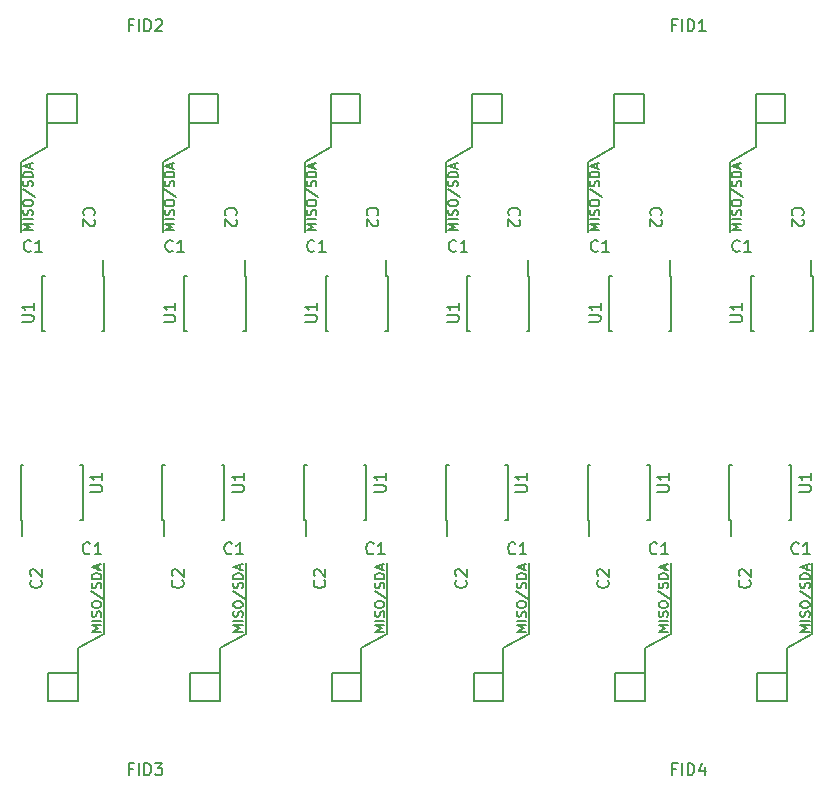
<source format=gto>
G04 #@! TF.GenerationSoftware,KiCad,Pcbnew,5.0.2-bee76a0~70~ubuntu18.04.1*
G04 #@! TF.CreationDate,2020-03-16T11:34:46+01:00*
G04 #@! TF.ProjectId,output.A1335_long_I2C_panel,6f757470-7574-42e4-9131-3333355f6c6f,rev?*
G04 #@! TF.SameCoordinates,Original*
G04 #@! TF.FileFunction,Legend,Top*
G04 #@! TF.FilePolarity,Positive*
%FSLAX46Y46*%
G04 Gerber Fmt 4.6, Leading zero omitted, Abs format (unit mm)*
G04 Created by KiCad (PCBNEW 5.0.2-bee76a0~70~ubuntu18.04.1) date Mon 16 Mar 2020 11:34:46 AM CET*
%MOMM*%
%LPD*%
G01*
G04 APERTURE LIST*
%ADD10C,0.150000*%
G04 APERTURE END LIST*
D10*
X137700000Y-70800000D02*
X137700000Y-68200000D01*
X113700000Y-70800000D02*
X113700000Y-68200000D01*
X176200000Y-68700000D02*
X173700000Y-68700000D01*
X176200000Y-66300000D02*
X176200000Y-68700000D01*
X173700000Y-68200000D02*
X173700000Y-66300000D01*
X116200000Y-68700000D02*
X113700000Y-68700000D01*
X128200000Y-68700000D02*
X125700000Y-68700000D01*
X140200000Y-68700000D02*
X137700000Y-68700000D01*
X152200000Y-68700000D02*
X149700000Y-68700000D01*
X164200000Y-68700000D02*
X161700000Y-68700000D01*
X116200000Y-66300000D02*
X116200000Y-68700000D01*
X128200000Y-66300000D02*
X128200000Y-68700000D01*
X140200000Y-66300000D02*
X140200000Y-68700000D01*
X152200000Y-66300000D02*
X152200000Y-68700000D01*
X164200000Y-66300000D02*
X164200000Y-68700000D01*
X149700000Y-70800000D02*
X149700000Y-68200000D01*
X123500000Y-72000000D02*
X125700000Y-70800000D01*
X125700000Y-66300000D02*
X128200000Y-66300000D01*
X159500000Y-78000000D02*
X159500000Y-72000000D01*
X161700000Y-68200000D02*
X161700000Y-66300000D01*
X161700000Y-66300000D02*
X164200000Y-66300000D01*
X149700000Y-66300000D02*
X152200000Y-66300000D01*
X161700000Y-70800000D02*
X161700000Y-68200000D01*
X171500000Y-78000000D02*
X171500000Y-72000000D01*
X125700000Y-70800000D02*
X125700000Y-68200000D01*
X111500000Y-72000000D02*
X113700000Y-70800000D01*
X113700000Y-68200000D02*
X113700000Y-66300000D01*
X137700000Y-68200000D02*
X137700000Y-66300000D01*
X125700000Y-68200000D02*
X125700000Y-66300000D01*
X135500000Y-72000000D02*
X137700000Y-70800000D01*
X149700000Y-68200000D02*
X149700000Y-66300000D01*
X173700000Y-66300000D02*
X176200000Y-66300000D01*
X159500000Y-72000000D02*
X161700000Y-70800000D01*
X123500000Y-78000000D02*
X123500000Y-72000000D01*
X111500000Y-78000000D02*
X111500000Y-72000000D01*
X147500000Y-72000000D02*
X149700000Y-70800000D01*
X147500000Y-78000000D02*
X147500000Y-72000000D01*
X173700000Y-70800000D02*
X173700000Y-68200000D01*
X171500000Y-72000000D02*
X173700000Y-70800000D01*
X135500000Y-78000000D02*
X135500000Y-72000000D01*
X113700000Y-66300000D02*
X116200000Y-66300000D01*
X137700000Y-66300000D02*
X140200000Y-66300000D01*
X173800000Y-115300000D02*
X176300000Y-115300000D01*
X161800000Y-115300000D02*
X164300000Y-115300000D01*
X149800000Y-115300000D02*
X152300000Y-115300000D01*
X137800000Y-115300000D02*
X140300000Y-115300000D01*
X125800000Y-115300000D02*
X128300000Y-115300000D01*
X173800000Y-117700000D02*
X173800000Y-115300000D01*
X161800000Y-117700000D02*
X161800000Y-115300000D01*
X149800000Y-117700000D02*
X149800000Y-115300000D01*
X137800000Y-117700000D02*
X137800000Y-115300000D01*
X125800000Y-117700000D02*
X125800000Y-115300000D01*
X176300000Y-115800000D02*
X176300000Y-117700000D01*
X164300000Y-115800000D02*
X164300000Y-117700000D01*
X152300000Y-115800000D02*
X152300000Y-117700000D01*
X140300000Y-115800000D02*
X140300000Y-117700000D01*
X128300000Y-115800000D02*
X128300000Y-117700000D01*
X178500000Y-106000000D02*
X178500000Y-112000000D01*
X166500000Y-106000000D02*
X166500000Y-112000000D01*
X154500000Y-106000000D02*
X154500000Y-112000000D01*
X142500000Y-106000000D02*
X142500000Y-112000000D01*
X130500000Y-106000000D02*
X130500000Y-112000000D01*
X176300000Y-117700000D02*
X173800000Y-117700000D01*
X164300000Y-117700000D02*
X161800000Y-117700000D01*
X152300000Y-117700000D02*
X149800000Y-117700000D01*
X140300000Y-117700000D02*
X137800000Y-117700000D01*
X128300000Y-117700000D02*
X125800000Y-117700000D01*
X176300000Y-113200000D02*
X176300000Y-115800000D01*
X164300000Y-113200000D02*
X164300000Y-115800000D01*
X152300000Y-113200000D02*
X152300000Y-115800000D01*
X140300000Y-113200000D02*
X140300000Y-115800000D01*
X128300000Y-113200000D02*
X128300000Y-115800000D01*
X178500000Y-112000000D02*
X176300000Y-113200000D01*
X166500000Y-112000000D02*
X164300000Y-113200000D01*
X154500000Y-112000000D02*
X152300000Y-113200000D01*
X142500000Y-112000000D02*
X140300000Y-113200000D01*
X130500000Y-112000000D02*
X128300000Y-113200000D01*
X113800000Y-115300000D02*
X116300000Y-115300000D01*
X113800000Y-117700000D02*
X113800000Y-115300000D01*
X116300000Y-117700000D02*
X113800000Y-117700000D01*
X116300000Y-115800000D02*
X116300000Y-117700000D01*
X116300000Y-113200000D02*
X116300000Y-115800000D01*
X118500000Y-112000000D02*
X116300000Y-113200000D01*
X118500000Y-106000000D02*
X118500000Y-112000000D01*
G04 #@! TO.C,U1*
X118410000Y-81675000D02*
X118410000Y-80325000D01*
X113285000Y-81675000D02*
X113285000Y-86325000D01*
X118535000Y-81675000D02*
X118535000Y-86325000D01*
X113285000Y-81675000D02*
X113510000Y-81675000D01*
X113285000Y-86325000D02*
X113510000Y-86325000D01*
X118535000Y-86325000D02*
X118310000Y-86325000D01*
X118535000Y-81675000D02*
X118410000Y-81675000D01*
X178535000Y-81675000D02*
X178410000Y-81675000D01*
X178535000Y-86325000D02*
X178310000Y-86325000D01*
X173285000Y-86325000D02*
X173510000Y-86325000D01*
X173285000Y-81675000D02*
X173510000Y-81675000D01*
X178535000Y-81675000D02*
X178535000Y-86325000D01*
X173285000Y-81675000D02*
X173285000Y-86325000D01*
X178410000Y-81675000D02*
X178410000Y-80325000D01*
X154410000Y-81675000D02*
X154410000Y-80325000D01*
X149285000Y-81675000D02*
X149285000Y-86325000D01*
X154535000Y-81675000D02*
X154535000Y-86325000D01*
X149285000Y-81675000D02*
X149510000Y-81675000D01*
X149285000Y-86325000D02*
X149510000Y-86325000D01*
X154535000Y-86325000D02*
X154310000Y-86325000D01*
X154535000Y-81675000D02*
X154410000Y-81675000D01*
X166410000Y-81675000D02*
X166410000Y-80325000D01*
X161285000Y-81675000D02*
X161285000Y-86325000D01*
X166535000Y-81675000D02*
X166535000Y-86325000D01*
X161285000Y-81675000D02*
X161510000Y-81675000D01*
X161285000Y-86325000D02*
X161510000Y-86325000D01*
X166535000Y-86325000D02*
X166310000Y-86325000D01*
X166535000Y-81675000D02*
X166410000Y-81675000D01*
X142410000Y-81675000D02*
X142410000Y-80325000D01*
X137285000Y-81675000D02*
X137285000Y-86325000D01*
X142535000Y-81675000D02*
X142535000Y-86325000D01*
X137285000Y-81675000D02*
X137510000Y-81675000D01*
X137285000Y-86325000D02*
X137510000Y-86325000D01*
X142535000Y-86325000D02*
X142310000Y-86325000D01*
X142535000Y-81675000D02*
X142410000Y-81675000D01*
X130410000Y-81675000D02*
X130410000Y-80325000D01*
X125285000Y-81675000D02*
X125285000Y-86325000D01*
X130535000Y-81675000D02*
X130535000Y-86325000D01*
X125285000Y-81675000D02*
X125510000Y-81675000D01*
X125285000Y-86325000D02*
X125510000Y-86325000D01*
X130535000Y-86325000D02*
X130310000Y-86325000D01*
X130535000Y-81675000D02*
X130410000Y-81675000D01*
X171465000Y-102325000D02*
X171590000Y-102325000D01*
X171465000Y-97675000D02*
X171690000Y-97675000D01*
X176715000Y-97675000D02*
X176490000Y-97675000D01*
X176715000Y-102325000D02*
X176490000Y-102325000D01*
X171465000Y-102325000D02*
X171465000Y-97675000D01*
X176715000Y-102325000D02*
X176715000Y-97675000D01*
X171590000Y-102325000D02*
X171590000Y-103675000D01*
X159465000Y-102325000D02*
X159590000Y-102325000D01*
X159465000Y-97675000D02*
X159690000Y-97675000D01*
X164715000Y-97675000D02*
X164490000Y-97675000D01*
X164715000Y-102325000D02*
X164490000Y-102325000D01*
X159465000Y-102325000D02*
X159465000Y-97675000D01*
X164715000Y-102325000D02*
X164715000Y-97675000D01*
X159590000Y-102325000D02*
X159590000Y-103675000D01*
X147465000Y-102325000D02*
X147590000Y-102325000D01*
X147465000Y-97675000D02*
X147690000Y-97675000D01*
X152715000Y-97675000D02*
X152490000Y-97675000D01*
X152715000Y-102325000D02*
X152490000Y-102325000D01*
X147465000Y-102325000D02*
X147465000Y-97675000D01*
X152715000Y-102325000D02*
X152715000Y-97675000D01*
X147590000Y-102325000D02*
X147590000Y-103675000D01*
X135465000Y-102325000D02*
X135590000Y-102325000D01*
X135465000Y-97675000D02*
X135690000Y-97675000D01*
X140715000Y-97675000D02*
X140490000Y-97675000D01*
X140715000Y-102325000D02*
X140490000Y-102325000D01*
X135465000Y-102325000D02*
X135465000Y-97675000D01*
X140715000Y-102325000D02*
X140715000Y-97675000D01*
X135590000Y-102325000D02*
X135590000Y-103675000D01*
X123465000Y-102325000D02*
X123590000Y-102325000D01*
X123465000Y-97675000D02*
X123690000Y-97675000D01*
X128715000Y-97675000D02*
X128490000Y-97675000D01*
X128715000Y-102325000D02*
X128490000Y-102325000D01*
X123465000Y-102325000D02*
X123465000Y-97675000D01*
X128715000Y-102325000D02*
X128715000Y-97675000D01*
X123590000Y-102325000D02*
X123590000Y-103675000D01*
X111590000Y-102325000D02*
X111590000Y-103675000D01*
X116715000Y-102325000D02*
X116715000Y-97675000D01*
X111465000Y-102325000D02*
X111465000Y-97675000D01*
X116715000Y-102325000D02*
X116490000Y-102325000D01*
X116715000Y-97675000D02*
X116490000Y-97675000D01*
X111465000Y-97675000D02*
X111690000Y-97675000D01*
X111465000Y-102325000D02*
X111590000Y-102325000D01*
G04 #@! TO.C,FID3*
X120928571Y-123428571D02*
X120595238Y-123428571D01*
X120595238Y-123952380D02*
X120595238Y-122952380D01*
X121071428Y-122952380D01*
X121452380Y-123952380D02*
X121452380Y-122952380D01*
X121928571Y-123952380D02*
X121928571Y-122952380D01*
X122166666Y-122952380D01*
X122309523Y-123000000D01*
X122404761Y-123095238D01*
X122452380Y-123190476D01*
X122500000Y-123380952D01*
X122500000Y-123523809D01*
X122452380Y-123714285D01*
X122404761Y-123809523D01*
X122309523Y-123904761D01*
X122166666Y-123952380D01*
X121928571Y-123952380D01*
X122833333Y-122952380D02*
X123452380Y-122952380D01*
X123119047Y-123333333D01*
X123261904Y-123333333D01*
X123357142Y-123380952D01*
X123404761Y-123428571D01*
X123452380Y-123523809D01*
X123452380Y-123761904D01*
X123404761Y-123857142D01*
X123357142Y-123904761D01*
X123261904Y-123952380D01*
X122976190Y-123952380D01*
X122880952Y-123904761D01*
X122833333Y-123857142D01*
G04 #@! TO.C,FID4*
X166928571Y-123428571D02*
X166595238Y-123428571D01*
X166595238Y-123952380D02*
X166595238Y-122952380D01*
X167071428Y-122952380D01*
X167452380Y-123952380D02*
X167452380Y-122952380D01*
X167928571Y-123952380D02*
X167928571Y-122952380D01*
X168166666Y-122952380D01*
X168309523Y-123000000D01*
X168404761Y-123095238D01*
X168452380Y-123190476D01*
X168500000Y-123380952D01*
X168500000Y-123523809D01*
X168452380Y-123714285D01*
X168404761Y-123809523D01*
X168309523Y-123904761D01*
X168166666Y-123952380D01*
X167928571Y-123952380D01*
X169357142Y-123285714D02*
X169357142Y-123952380D01*
X169119047Y-122904761D02*
X168880952Y-123619047D01*
X169500000Y-123619047D01*
G04 #@! TO.C,FID2*
X120928571Y-60428571D02*
X120595238Y-60428571D01*
X120595238Y-60952380D02*
X120595238Y-59952380D01*
X121071428Y-59952380D01*
X121452380Y-60952380D02*
X121452380Y-59952380D01*
X121928571Y-60952380D02*
X121928571Y-59952380D01*
X122166666Y-59952380D01*
X122309523Y-60000000D01*
X122404761Y-60095238D01*
X122452380Y-60190476D01*
X122500000Y-60380952D01*
X122500000Y-60523809D01*
X122452380Y-60714285D01*
X122404761Y-60809523D01*
X122309523Y-60904761D01*
X122166666Y-60952380D01*
X121928571Y-60952380D01*
X122880952Y-60047619D02*
X122928571Y-60000000D01*
X123023809Y-59952380D01*
X123261904Y-59952380D01*
X123357142Y-60000000D01*
X123404761Y-60047619D01*
X123452380Y-60142857D01*
X123452380Y-60238095D01*
X123404761Y-60380952D01*
X122833333Y-60952380D01*
X123452380Y-60952380D01*
G04 #@! TO.C,C2*
X164842857Y-76533333D02*
X164795238Y-76485714D01*
X164747619Y-76342857D01*
X164747619Y-76247619D01*
X164795238Y-76104761D01*
X164890476Y-76009523D01*
X164985714Y-75961904D01*
X165176190Y-75914285D01*
X165319047Y-75914285D01*
X165509523Y-75961904D01*
X165604761Y-76009523D01*
X165700000Y-76104761D01*
X165747619Y-76247619D01*
X165747619Y-76342857D01*
X165700000Y-76485714D01*
X165652380Y-76533333D01*
X165652380Y-76914285D02*
X165700000Y-76961904D01*
X165747619Y-77057142D01*
X165747619Y-77295238D01*
X165700000Y-77390476D01*
X165652380Y-77438095D01*
X165557142Y-77485714D01*
X165461904Y-77485714D01*
X165319047Y-77438095D01*
X164747619Y-76866666D01*
X164747619Y-77485714D01*
G04 #@! TO.C,U1*
X111552380Y-85561904D02*
X112361904Y-85561904D01*
X112457142Y-85514285D01*
X112504761Y-85466666D01*
X112552380Y-85371428D01*
X112552380Y-85180952D01*
X112504761Y-85085714D01*
X112457142Y-85038095D01*
X112361904Y-84990476D01*
X111552380Y-84990476D01*
X112552380Y-83990476D02*
X112552380Y-84561904D01*
X112552380Y-84276190D02*
X111552380Y-84276190D01*
X111695238Y-84371428D01*
X111790476Y-84466666D01*
X111838095Y-84561904D01*
G04 #@! TO.C,MISO/SDA*
X112461904Y-77800000D02*
X111661904Y-77800000D01*
X112233333Y-77533333D01*
X111661904Y-77266666D01*
X112461904Y-77266666D01*
X112461904Y-76885714D02*
X111661904Y-76885714D01*
X112423809Y-76542857D02*
X112461904Y-76428571D01*
X112461904Y-76238095D01*
X112423809Y-76161904D01*
X112385714Y-76123809D01*
X112309523Y-76085714D01*
X112233333Y-76085714D01*
X112157142Y-76123809D01*
X112119047Y-76161904D01*
X112080952Y-76238095D01*
X112042857Y-76390476D01*
X112004761Y-76466666D01*
X111966666Y-76504761D01*
X111890476Y-76542857D01*
X111814285Y-76542857D01*
X111738095Y-76504761D01*
X111700000Y-76466666D01*
X111661904Y-76390476D01*
X111661904Y-76200000D01*
X111700000Y-76085714D01*
X111661904Y-75590476D02*
X111661904Y-75438095D01*
X111700000Y-75361904D01*
X111776190Y-75285714D01*
X111928571Y-75247619D01*
X112195238Y-75247619D01*
X112347619Y-75285714D01*
X112423809Y-75361904D01*
X112461904Y-75438095D01*
X112461904Y-75590476D01*
X112423809Y-75666666D01*
X112347619Y-75742857D01*
X112195238Y-75780952D01*
X111928571Y-75780952D01*
X111776190Y-75742857D01*
X111700000Y-75666666D01*
X111661904Y-75590476D01*
X111623809Y-74333333D02*
X112652380Y-75019047D01*
X112423809Y-74104761D02*
X112461904Y-73990476D01*
X112461904Y-73800000D01*
X112423809Y-73723809D01*
X112385714Y-73685714D01*
X112309523Y-73647619D01*
X112233333Y-73647619D01*
X112157142Y-73685714D01*
X112119047Y-73723809D01*
X112080952Y-73800000D01*
X112042857Y-73952380D01*
X112004761Y-74028571D01*
X111966666Y-74066666D01*
X111890476Y-74104761D01*
X111814285Y-74104761D01*
X111738095Y-74066666D01*
X111700000Y-74028571D01*
X111661904Y-73952380D01*
X111661904Y-73761904D01*
X111700000Y-73647619D01*
X112461904Y-73304761D02*
X111661904Y-73304761D01*
X111661904Y-73114285D01*
X111700000Y-73000000D01*
X111776190Y-72923809D01*
X111852380Y-72885714D01*
X112004761Y-72847619D01*
X112119047Y-72847619D01*
X112271428Y-72885714D01*
X112347619Y-72923809D01*
X112423809Y-73000000D01*
X112461904Y-73114285D01*
X112461904Y-73304761D01*
X112233333Y-72542857D02*
X112233333Y-72161904D01*
X112461904Y-72619047D02*
X111661904Y-72352380D01*
X112461904Y-72085714D01*
X124461904Y-77800000D02*
X123661904Y-77800000D01*
X124233333Y-77533333D01*
X123661904Y-77266666D01*
X124461904Y-77266666D01*
X124461904Y-76885714D02*
X123661904Y-76885714D01*
X124423809Y-76542857D02*
X124461904Y-76428571D01*
X124461904Y-76238095D01*
X124423809Y-76161904D01*
X124385714Y-76123809D01*
X124309523Y-76085714D01*
X124233333Y-76085714D01*
X124157142Y-76123809D01*
X124119047Y-76161904D01*
X124080952Y-76238095D01*
X124042857Y-76390476D01*
X124004761Y-76466666D01*
X123966666Y-76504761D01*
X123890476Y-76542857D01*
X123814285Y-76542857D01*
X123738095Y-76504761D01*
X123700000Y-76466666D01*
X123661904Y-76390476D01*
X123661904Y-76200000D01*
X123700000Y-76085714D01*
X123661904Y-75590476D02*
X123661904Y-75438095D01*
X123700000Y-75361904D01*
X123776190Y-75285714D01*
X123928571Y-75247619D01*
X124195238Y-75247619D01*
X124347619Y-75285714D01*
X124423809Y-75361904D01*
X124461904Y-75438095D01*
X124461904Y-75590476D01*
X124423809Y-75666666D01*
X124347619Y-75742857D01*
X124195238Y-75780952D01*
X123928571Y-75780952D01*
X123776190Y-75742857D01*
X123700000Y-75666666D01*
X123661904Y-75590476D01*
X123623809Y-74333333D02*
X124652380Y-75019047D01*
X124423809Y-74104761D02*
X124461904Y-73990476D01*
X124461904Y-73800000D01*
X124423809Y-73723809D01*
X124385714Y-73685714D01*
X124309523Y-73647619D01*
X124233333Y-73647619D01*
X124157142Y-73685714D01*
X124119047Y-73723809D01*
X124080952Y-73800000D01*
X124042857Y-73952380D01*
X124004761Y-74028571D01*
X123966666Y-74066666D01*
X123890476Y-74104761D01*
X123814285Y-74104761D01*
X123738095Y-74066666D01*
X123700000Y-74028571D01*
X123661904Y-73952380D01*
X123661904Y-73761904D01*
X123700000Y-73647619D01*
X124461904Y-73304761D02*
X123661904Y-73304761D01*
X123661904Y-73114285D01*
X123700000Y-73000000D01*
X123776190Y-72923809D01*
X123852380Y-72885714D01*
X124004761Y-72847619D01*
X124119047Y-72847619D01*
X124271428Y-72885714D01*
X124347619Y-72923809D01*
X124423809Y-73000000D01*
X124461904Y-73114285D01*
X124461904Y-73304761D01*
X124233333Y-72542857D02*
X124233333Y-72161904D01*
X124461904Y-72619047D02*
X123661904Y-72352380D01*
X124461904Y-72085714D01*
X136461904Y-77800000D02*
X135661904Y-77800000D01*
X136233333Y-77533333D01*
X135661904Y-77266666D01*
X136461904Y-77266666D01*
X136461904Y-76885714D02*
X135661904Y-76885714D01*
X136423809Y-76542857D02*
X136461904Y-76428571D01*
X136461904Y-76238095D01*
X136423809Y-76161904D01*
X136385714Y-76123809D01*
X136309523Y-76085714D01*
X136233333Y-76085714D01*
X136157142Y-76123809D01*
X136119047Y-76161904D01*
X136080952Y-76238095D01*
X136042857Y-76390476D01*
X136004761Y-76466666D01*
X135966666Y-76504761D01*
X135890476Y-76542857D01*
X135814285Y-76542857D01*
X135738095Y-76504761D01*
X135700000Y-76466666D01*
X135661904Y-76390476D01*
X135661904Y-76200000D01*
X135700000Y-76085714D01*
X135661904Y-75590476D02*
X135661904Y-75438095D01*
X135700000Y-75361904D01*
X135776190Y-75285714D01*
X135928571Y-75247619D01*
X136195238Y-75247619D01*
X136347619Y-75285714D01*
X136423809Y-75361904D01*
X136461904Y-75438095D01*
X136461904Y-75590476D01*
X136423809Y-75666666D01*
X136347619Y-75742857D01*
X136195238Y-75780952D01*
X135928571Y-75780952D01*
X135776190Y-75742857D01*
X135700000Y-75666666D01*
X135661904Y-75590476D01*
X135623809Y-74333333D02*
X136652380Y-75019047D01*
X136423809Y-74104761D02*
X136461904Y-73990476D01*
X136461904Y-73800000D01*
X136423809Y-73723809D01*
X136385714Y-73685714D01*
X136309523Y-73647619D01*
X136233333Y-73647619D01*
X136157142Y-73685714D01*
X136119047Y-73723809D01*
X136080952Y-73800000D01*
X136042857Y-73952380D01*
X136004761Y-74028571D01*
X135966666Y-74066666D01*
X135890476Y-74104761D01*
X135814285Y-74104761D01*
X135738095Y-74066666D01*
X135700000Y-74028571D01*
X135661904Y-73952380D01*
X135661904Y-73761904D01*
X135700000Y-73647619D01*
X136461904Y-73304761D02*
X135661904Y-73304761D01*
X135661904Y-73114285D01*
X135700000Y-73000000D01*
X135776190Y-72923809D01*
X135852380Y-72885714D01*
X136004761Y-72847619D01*
X136119047Y-72847619D01*
X136271428Y-72885714D01*
X136347619Y-72923809D01*
X136423809Y-73000000D01*
X136461904Y-73114285D01*
X136461904Y-73304761D01*
X136233333Y-72542857D02*
X136233333Y-72161904D01*
X136461904Y-72619047D02*
X135661904Y-72352380D01*
X136461904Y-72085714D01*
X148461904Y-77800000D02*
X147661904Y-77800000D01*
X148233333Y-77533333D01*
X147661904Y-77266666D01*
X148461904Y-77266666D01*
X148461904Y-76885714D02*
X147661904Y-76885714D01*
X148423809Y-76542857D02*
X148461904Y-76428571D01*
X148461904Y-76238095D01*
X148423809Y-76161904D01*
X148385714Y-76123809D01*
X148309523Y-76085714D01*
X148233333Y-76085714D01*
X148157142Y-76123809D01*
X148119047Y-76161904D01*
X148080952Y-76238095D01*
X148042857Y-76390476D01*
X148004761Y-76466666D01*
X147966666Y-76504761D01*
X147890476Y-76542857D01*
X147814285Y-76542857D01*
X147738095Y-76504761D01*
X147700000Y-76466666D01*
X147661904Y-76390476D01*
X147661904Y-76200000D01*
X147700000Y-76085714D01*
X147661904Y-75590476D02*
X147661904Y-75438095D01*
X147700000Y-75361904D01*
X147776190Y-75285714D01*
X147928571Y-75247619D01*
X148195238Y-75247619D01*
X148347619Y-75285714D01*
X148423809Y-75361904D01*
X148461904Y-75438095D01*
X148461904Y-75590476D01*
X148423809Y-75666666D01*
X148347619Y-75742857D01*
X148195238Y-75780952D01*
X147928571Y-75780952D01*
X147776190Y-75742857D01*
X147700000Y-75666666D01*
X147661904Y-75590476D01*
X147623809Y-74333333D02*
X148652380Y-75019047D01*
X148423809Y-74104761D02*
X148461904Y-73990476D01*
X148461904Y-73800000D01*
X148423809Y-73723809D01*
X148385714Y-73685714D01*
X148309523Y-73647619D01*
X148233333Y-73647619D01*
X148157142Y-73685714D01*
X148119047Y-73723809D01*
X148080952Y-73800000D01*
X148042857Y-73952380D01*
X148004761Y-74028571D01*
X147966666Y-74066666D01*
X147890476Y-74104761D01*
X147814285Y-74104761D01*
X147738095Y-74066666D01*
X147700000Y-74028571D01*
X147661904Y-73952380D01*
X147661904Y-73761904D01*
X147700000Y-73647619D01*
X148461904Y-73304761D02*
X147661904Y-73304761D01*
X147661904Y-73114285D01*
X147700000Y-73000000D01*
X147776190Y-72923809D01*
X147852380Y-72885714D01*
X148004761Y-72847619D01*
X148119047Y-72847619D01*
X148271428Y-72885714D01*
X148347619Y-72923809D01*
X148423809Y-73000000D01*
X148461904Y-73114285D01*
X148461904Y-73304761D01*
X148233333Y-72542857D02*
X148233333Y-72161904D01*
X148461904Y-72619047D02*
X147661904Y-72352380D01*
X148461904Y-72085714D01*
X160461904Y-77800000D02*
X159661904Y-77800000D01*
X160233333Y-77533333D01*
X159661904Y-77266666D01*
X160461904Y-77266666D01*
X160461904Y-76885714D02*
X159661904Y-76885714D01*
X160423809Y-76542857D02*
X160461904Y-76428571D01*
X160461904Y-76238095D01*
X160423809Y-76161904D01*
X160385714Y-76123809D01*
X160309523Y-76085714D01*
X160233333Y-76085714D01*
X160157142Y-76123809D01*
X160119047Y-76161904D01*
X160080952Y-76238095D01*
X160042857Y-76390476D01*
X160004761Y-76466666D01*
X159966666Y-76504761D01*
X159890476Y-76542857D01*
X159814285Y-76542857D01*
X159738095Y-76504761D01*
X159700000Y-76466666D01*
X159661904Y-76390476D01*
X159661904Y-76200000D01*
X159700000Y-76085714D01*
X159661904Y-75590476D02*
X159661904Y-75438095D01*
X159700000Y-75361904D01*
X159776190Y-75285714D01*
X159928571Y-75247619D01*
X160195238Y-75247619D01*
X160347619Y-75285714D01*
X160423809Y-75361904D01*
X160461904Y-75438095D01*
X160461904Y-75590476D01*
X160423809Y-75666666D01*
X160347619Y-75742857D01*
X160195238Y-75780952D01*
X159928571Y-75780952D01*
X159776190Y-75742857D01*
X159700000Y-75666666D01*
X159661904Y-75590476D01*
X159623809Y-74333333D02*
X160652380Y-75019047D01*
X160423809Y-74104761D02*
X160461904Y-73990476D01*
X160461904Y-73800000D01*
X160423809Y-73723809D01*
X160385714Y-73685714D01*
X160309523Y-73647619D01*
X160233333Y-73647619D01*
X160157142Y-73685714D01*
X160119047Y-73723809D01*
X160080952Y-73800000D01*
X160042857Y-73952380D01*
X160004761Y-74028571D01*
X159966666Y-74066666D01*
X159890476Y-74104761D01*
X159814285Y-74104761D01*
X159738095Y-74066666D01*
X159700000Y-74028571D01*
X159661904Y-73952380D01*
X159661904Y-73761904D01*
X159700000Y-73647619D01*
X160461904Y-73304761D02*
X159661904Y-73304761D01*
X159661904Y-73114285D01*
X159700000Y-73000000D01*
X159776190Y-72923809D01*
X159852380Y-72885714D01*
X160004761Y-72847619D01*
X160119047Y-72847619D01*
X160271428Y-72885714D01*
X160347619Y-72923809D01*
X160423809Y-73000000D01*
X160461904Y-73114285D01*
X160461904Y-73304761D01*
X160233333Y-72542857D02*
X160233333Y-72161904D01*
X160461904Y-72619047D02*
X159661904Y-72352380D01*
X160461904Y-72085714D01*
G04 #@! TO.C,C1*
X112333333Y-79557142D02*
X112285714Y-79604761D01*
X112142857Y-79652380D01*
X112047619Y-79652380D01*
X111904761Y-79604761D01*
X111809523Y-79509523D01*
X111761904Y-79414285D01*
X111714285Y-79223809D01*
X111714285Y-79080952D01*
X111761904Y-78890476D01*
X111809523Y-78795238D01*
X111904761Y-78700000D01*
X112047619Y-78652380D01*
X112142857Y-78652380D01*
X112285714Y-78700000D01*
X112333333Y-78747619D01*
X113285714Y-79652380D02*
X112714285Y-79652380D01*
X113000000Y-79652380D02*
X113000000Y-78652380D01*
X112904761Y-78795238D01*
X112809523Y-78890476D01*
X112714285Y-78938095D01*
X124333333Y-79557142D02*
X124285714Y-79604761D01*
X124142857Y-79652380D01*
X124047619Y-79652380D01*
X123904761Y-79604761D01*
X123809523Y-79509523D01*
X123761904Y-79414285D01*
X123714285Y-79223809D01*
X123714285Y-79080952D01*
X123761904Y-78890476D01*
X123809523Y-78795238D01*
X123904761Y-78700000D01*
X124047619Y-78652380D01*
X124142857Y-78652380D01*
X124285714Y-78700000D01*
X124333333Y-78747619D01*
X125285714Y-79652380D02*
X124714285Y-79652380D01*
X125000000Y-79652380D02*
X125000000Y-78652380D01*
X124904761Y-78795238D01*
X124809523Y-78890476D01*
X124714285Y-78938095D01*
X148333333Y-79557142D02*
X148285714Y-79604761D01*
X148142857Y-79652380D01*
X148047619Y-79652380D01*
X147904761Y-79604761D01*
X147809523Y-79509523D01*
X147761904Y-79414285D01*
X147714285Y-79223809D01*
X147714285Y-79080952D01*
X147761904Y-78890476D01*
X147809523Y-78795238D01*
X147904761Y-78700000D01*
X148047619Y-78652380D01*
X148142857Y-78652380D01*
X148285714Y-78700000D01*
X148333333Y-78747619D01*
X149285714Y-79652380D02*
X148714285Y-79652380D01*
X149000000Y-79652380D02*
X149000000Y-78652380D01*
X148904761Y-78795238D01*
X148809523Y-78890476D01*
X148714285Y-78938095D01*
G04 #@! TO.C,C2*
X140842857Y-76533333D02*
X140795238Y-76485714D01*
X140747619Y-76342857D01*
X140747619Y-76247619D01*
X140795238Y-76104761D01*
X140890476Y-76009523D01*
X140985714Y-75961904D01*
X141176190Y-75914285D01*
X141319047Y-75914285D01*
X141509523Y-75961904D01*
X141604761Y-76009523D01*
X141700000Y-76104761D01*
X141747619Y-76247619D01*
X141747619Y-76342857D01*
X141700000Y-76485714D01*
X141652380Y-76533333D01*
X141652380Y-76914285D02*
X141700000Y-76961904D01*
X141747619Y-77057142D01*
X141747619Y-77295238D01*
X141700000Y-77390476D01*
X141652380Y-77438095D01*
X141557142Y-77485714D01*
X141461904Y-77485714D01*
X141319047Y-77438095D01*
X140747619Y-76866666D01*
X140747619Y-77485714D01*
G04 #@! TO.C,MISO/SDA*
X172461904Y-77800000D02*
X171661904Y-77800000D01*
X172233333Y-77533333D01*
X171661904Y-77266666D01*
X172461904Y-77266666D01*
X172461904Y-76885714D02*
X171661904Y-76885714D01*
X172423809Y-76542857D02*
X172461904Y-76428571D01*
X172461904Y-76238095D01*
X172423809Y-76161904D01*
X172385714Y-76123809D01*
X172309523Y-76085714D01*
X172233333Y-76085714D01*
X172157142Y-76123809D01*
X172119047Y-76161904D01*
X172080952Y-76238095D01*
X172042857Y-76390476D01*
X172004761Y-76466666D01*
X171966666Y-76504761D01*
X171890476Y-76542857D01*
X171814285Y-76542857D01*
X171738095Y-76504761D01*
X171700000Y-76466666D01*
X171661904Y-76390476D01*
X171661904Y-76200000D01*
X171700000Y-76085714D01*
X171661904Y-75590476D02*
X171661904Y-75438095D01*
X171700000Y-75361904D01*
X171776190Y-75285714D01*
X171928571Y-75247619D01*
X172195238Y-75247619D01*
X172347619Y-75285714D01*
X172423809Y-75361904D01*
X172461904Y-75438095D01*
X172461904Y-75590476D01*
X172423809Y-75666666D01*
X172347619Y-75742857D01*
X172195238Y-75780952D01*
X171928571Y-75780952D01*
X171776190Y-75742857D01*
X171700000Y-75666666D01*
X171661904Y-75590476D01*
X171623809Y-74333333D02*
X172652380Y-75019047D01*
X172423809Y-74104761D02*
X172461904Y-73990476D01*
X172461904Y-73800000D01*
X172423809Y-73723809D01*
X172385714Y-73685714D01*
X172309523Y-73647619D01*
X172233333Y-73647619D01*
X172157142Y-73685714D01*
X172119047Y-73723809D01*
X172080952Y-73800000D01*
X172042857Y-73952380D01*
X172004761Y-74028571D01*
X171966666Y-74066666D01*
X171890476Y-74104761D01*
X171814285Y-74104761D01*
X171738095Y-74066666D01*
X171700000Y-74028571D01*
X171661904Y-73952380D01*
X171661904Y-73761904D01*
X171700000Y-73647619D01*
X172461904Y-73304761D02*
X171661904Y-73304761D01*
X171661904Y-73114285D01*
X171700000Y-73000000D01*
X171776190Y-72923809D01*
X171852380Y-72885714D01*
X172004761Y-72847619D01*
X172119047Y-72847619D01*
X172271428Y-72885714D01*
X172347619Y-72923809D01*
X172423809Y-73000000D01*
X172461904Y-73114285D01*
X172461904Y-73304761D01*
X172233333Y-72542857D02*
X172233333Y-72161904D01*
X172461904Y-72619047D02*
X171661904Y-72352380D01*
X172461904Y-72085714D01*
G04 #@! TO.C,C2*
X176842857Y-76533333D02*
X176795238Y-76485714D01*
X176747619Y-76342857D01*
X176747619Y-76247619D01*
X176795238Y-76104761D01*
X176890476Y-76009523D01*
X176985714Y-75961904D01*
X177176190Y-75914285D01*
X177319047Y-75914285D01*
X177509523Y-75961904D01*
X177604761Y-76009523D01*
X177700000Y-76104761D01*
X177747619Y-76247619D01*
X177747619Y-76342857D01*
X177700000Y-76485714D01*
X177652380Y-76533333D01*
X177652380Y-76914285D02*
X177700000Y-76961904D01*
X177747619Y-77057142D01*
X177747619Y-77295238D01*
X177700000Y-77390476D01*
X177652380Y-77438095D01*
X177557142Y-77485714D01*
X177461904Y-77485714D01*
X177319047Y-77438095D01*
X176747619Y-76866666D01*
X176747619Y-77485714D01*
G04 #@! TO.C,C1*
X172333333Y-79557142D02*
X172285714Y-79604761D01*
X172142857Y-79652380D01*
X172047619Y-79652380D01*
X171904761Y-79604761D01*
X171809523Y-79509523D01*
X171761904Y-79414285D01*
X171714285Y-79223809D01*
X171714285Y-79080952D01*
X171761904Y-78890476D01*
X171809523Y-78795238D01*
X171904761Y-78700000D01*
X172047619Y-78652380D01*
X172142857Y-78652380D01*
X172285714Y-78700000D01*
X172333333Y-78747619D01*
X173285714Y-79652380D02*
X172714285Y-79652380D01*
X173000000Y-79652380D02*
X173000000Y-78652380D01*
X172904761Y-78795238D01*
X172809523Y-78890476D01*
X172714285Y-78938095D01*
G04 #@! TO.C,U1*
X171552380Y-85561904D02*
X172361904Y-85561904D01*
X172457142Y-85514285D01*
X172504761Y-85466666D01*
X172552380Y-85371428D01*
X172552380Y-85180952D01*
X172504761Y-85085714D01*
X172457142Y-85038095D01*
X172361904Y-84990476D01*
X171552380Y-84990476D01*
X172552380Y-83990476D02*
X172552380Y-84561904D01*
X172552380Y-84276190D02*
X171552380Y-84276190D01*
X171695238Y-84371428D01*
X171790476Y-84466666D01*
X171838095Y-84561904D01*
X147552380Y-85561904D02*
X148361904Y-85561904D01*
X148457142Y-85514285D01*
X148504761Y-85466666D01*
X148552380Y-85371428D01*
X148552380Y-85180952D01*
X148504761Y-85085714D01*
X148457142Y-85038095D01*
X148361904Y-84990476D01*
X147552380Y-84990476D01*
X148552380Y-83990476D02*
X148552380Y-84561904D01*
X148552380Y-84276190D02*
X147552380Y-84276190D01*
X147695238Y-84371428D01*
X147790476Y-84466666D01*
X147838095Y-84561904D01*
G04 #@! TO.C,C1*
X160333333Y-79557142D02*
X160285714Y-79604761D01*
X160142857Y-79652380D01*
X160047619Y-79652380D01*
X159904761Y-79604761D01*
X159809523Y-79509523D01*
X159761904Y-79414285D01*
X159714285Y-79223809D01*
X159714285Y-79080952D01*
X159761904Y-78890476D01*
X159809523Y-78795238D01*
X159904761Y-78700000D01*
X160047619Y-78652380D01*
X160142857Y-78652380D01*
X160285714Y-78700000D01*
X160333333Y-78747619D01*
X161285714Y-79652380D02*
X160714285Y-79652380D01*
X161000000Y-79652380D02*
X161000000Y-78652380D01*
X160904761Y-78795238D01*
X160809523Y-78890476D01*
X160714285Y-78938095D01*
G04 #@! TO.C,U1*
X159552380Y-85561904D02*
X160361904Y-85561904D01*
X160457142Y-85514285D01*
X160504761Y-85466666D01*
X160552380Y-85371428D01*
X160552380Y-85180952D01*
X160504761Y-85085714D01*
X160457142Y-85038095D01*
X160361904Y-84990476D01*
X159552380Y-84990476D01*
X160552380Y-83990476D02*
X160552380Y-84561904D01*
X160552380Y-84276190D02*
X159552380Y-84276190D01*
X159695238Y-84371428D01*
X159790476Y-84466666D01*
X159838095Y-84561904D01*
X135552380Y-85561904D02*
X136361904Y-85561904D01*
X136457142Y-85514285D01*
X136504761Y-85466666D01*
X136552380Y-85371428D01*
X136552380Y-85180952D01*
X136504761Y-85085714D01*
X136457142Y-85038095D01*
X136361904Y-84990476D01*
X135552380Y-84990476D01*
X136552380Y-83990476D02*
X136552380Y-84561904D01*
X136552380Y-84276190D02*
X135552380Y-84276190D01*
X135695238Y-84371428D01*
X135790476Y-84466666D01*
X135838095Y-84561904D01*
G04 #@! TO.C,C2*
X128842857Y-76533333D02*
X128795238Y-76485714D01*
X128747619Y-76342857D01*
X128747619Y-76247619D01*
X128795238Y-76104761D01*
X128890476Y-76009523D01*
X128985714Y-75961904D01*
X129176190Y-75914285D01*
X129319047Y-75914285D01*
X129509523Y-75961904D01*
X129604761Y-76009523D01*
X129700000Y-76104761D01*
X129747619Y-76247619D01*
X129747619Y-76342857D01*
X129700000Y-76485714D01*
X129652380Y-76533333D01*
X129652380Y-76914285D02*
X129700000Y-76961904D01*
X129747619Y-77057142D01*
X129747619Y-77295238D01*
X129700000Y-77390476D01*
X129652380Y-77438095D01*
X129557142Y-77485714D01*
X129461904Y-77485714D01*
X129319047Y-77438095D01*
X128747619Y-76866666D01*
X128747619Y-77485714D01*
X116842857Y-76533333D02*
X116795238Y-76485714D01*
X116747619Y-76342857D01*
X116747619Y-76247619D01*
X116795238Y-76104761D01*
X116890476Y-76009523D01*
X116985714Y-75961904D01*
X117176190Y-75914285D01*
X117319047Y-75914285D01*
X117509523Y-75961904D01*
X117604761Y-76009523D01*
X117700000Y-76104761D01*
X117747619Y-76247619D01*
X117747619Y-76342857D01*
X117700000Y-76485714D01*
X117652380Y-76533333D01*
X117652380Y-76914285D02*
X117700000Y-76961904D01*
X117747619Y-77057142D01*
X117747619Y-77295238D01*
X117700000Y-77390476D01*
X117652380Y-77438095D01*
X117557142Y-77485714D01*
X117461904Y-77485714D01*
X117319047Y-77438095D01*
X116747619Y-76866666D01*
X116747619Y-77485714D01*
G04 #@! TO.C,C1*
X136333333Y-79557142D02*
X136285714Y-79604761D01*
X136142857Y-79652380D01*
X136047619Y-79652380D01*
X135904761Y-79604761D01*
X135809523Y-79509523D01*
X135761904Y-79414285D01*
X135714285Y-79223809D01*
X135714285Y-79080952D01*
X135761904Y-78890476D01*
X135809523Y-78795238D01*
X135904761Y-78700000D01*
X136047619Y-78652380D01*
X136142857Y-78652380D01*
X136285714Y-78700000D01*
X136333333Y-78747619D01*
X137285714Y-79652380D02*
X136714285Y-79652380D01*
X137000000Y-79652380D02*
X137000000Y-78652380D01*
X136904761Y-78795238D01*
X136809523Y-78890476D01*
X136714285Y-78938095D01*
G04 #@! TO.C,C2*
X152842857Y-76533333D02*
X152795238Y-76485714D01*
X152747619Y-76342857D01*
X152747619Y-76247619D01*
X152795238Y-76104761D01*
X152890476Y-76009523D01*
X152985714Y-75961904D01*
X153176190Y-75914285D01*
X153319047Y-75914285D01*
X153509523Y-75961904D01*
X153604761Y-76009523D01*
X153700000Y-76104761D01*
X153747619Y-76247619D01*
X153747619Y-76342857D01*
X153700000Y-76485714D01*
X153652380Y-76533333D01*
X153652380Y-76914285D02*
X153700000Y-76961904D01*
X153747619Y-77057142D01*
X153747619Y-77295238D01*
X153700000Y-77390476D01*
X153652380Y-77438095D01*
X153557142Y-77485714D01*
X153461904Y-77485714D01*
X153319047Y-77438095D01*
X152747619Y-76866666D01*
X152747619Y-77485714D01*
G04 #@! TO.C,U1*
X123552380Y-85561904D02*
X124361904Y-85561904D01*
X124457142Y-85514285D01*
X124504761Y-85466666D01*
X124552380Y-85371428D01*
X124552380Y-85180952D01*
X124504761Y-85085714D01*
X124457142Y-85038095D01*
X124361904Y-84990476D01*
X123552380Y-84990476D01*
X124552380Y-83990476D02*
X124552380Y-84561904D01*
X124552380Y-84276190D02*
X123552380Y-84276190D01*
X123695238Y-84371428D01*
X123790476Y-84466666D01*
X123838095Y-84561904D01*
G04 #@! TO.C,MISO/SDA*
X178261904Y-111800000D02*
X177461904Y-111800000D01*
X178033333Y-111533333D01*
X177461904Y-111266666D01*
X178261904Y-111266666D01*
X178261904Y-110885714D02*
X177461904Y-110885714D01*
X178223809Y-110542857D02*
X178261904Y-110428571D01*
X178261904Y-110238095D01*
X178223809Y-110161904D01*
X178185714Y-110123809D01*
X178109523Y-110085714D01*
X178033333Y-110085714D01*
X177957142Y-110123809D01*
X177919047Y-110161904D01*
X177880952Y-110238095D01*
X177842857Y-110390476D01*
X177804761Y-110466666D01*
X177766666Y-110504761D01*
X177690476Y-110542857D01*
X177614285Y-110542857D01*
X177538095Y-110504761D01*
X177500000Y-110466666D01*
X177461904Y-110390476D01*
X177461904Y-110200000D01*
X177500000Y-110085714D01*
X177461904Y-109590476D02*
X177461904Y-109438095D01*
X177500000Y-109361904D01*
X177576190Y-109285714D01*
X177728571Y-109247619D01*
X177995238Y-109247619D01*
X178147619Y-109285714D01*
X178223809Y-109361904D01*
X178261904Y-109438095D01*
X178261904Y-109590476D01*
X178223809Y-109666666D01*
X178147619Y-109742857D01*
X177995238Y-109780952D01*
X177728571Y-109780952D01*
X177576190Y-109742857D01*
X177500000Y-109666666D01*
X177461904Y-109590476D01*
X177423809Y-108333333D02*
X178452380Y-109019047D01*
X178223809Y-108104761D02*
X178261904Y-107990476D01*
X178261904Y-107800000D01*
X178223809Y-107723809D01*
X178185714Y-107685714D01*
X178109523Y-107647619D01*
X178033333Y-107647619D01*
X177957142Y-107685714D01*
X177919047Y-107723809D01*
X177880952Y-107800000D01*
X177842857Y-107952380D01*
X177804761Y-108028571D01*
X177766666Y-108066666D01*
X177690476Y-108104761D01*
X177614285Y-108104761D01*
X177538095Y-108066666D01*
X177500000Y-108028571D01*
X177461904Y-107952380D01*
X177461904Y-107761904D01*
X177500000Y-107647619D01*
X178261904Y-107304761D02*
X177461904Y-107304761D01*
X177461904Y-107114285D01*
X177500000Y-107000000D01*
X177576190Y-106923809D01*
X177652380Y-106885714D01*
X177804761Y-106847619D01*
X177919047Y-106847619D01*
X178071428Y-106885714D01*
X178147619Y-106923809D01*
X178223809Y-107000000D01*
X178261904Y-107114285D01*
X178261904Y-107304761D01*
X178033333Y-106542857D02*
X178033333Y-106161904D01*
X178261904Y-106619047D02*
X177461904Y-106352380D01*
X178261904Y-106085714D01*
X166261904Y-111800000D02*
X165461904Y-111800000D01*
X166033333Y-111533333D01*
X165461904Y-111266666D01*
X166261904Y-111266666D01*
X166261904Y-110885714D02*
X165461904Y-110885714D01*
X166223809Y-110542857D02*
X166261904Y-110428571D01*
X166261904Y-110238095D01*
X166223809Y-110161904D01*
X166185714Y-110123809D01*
X166109523Y-110085714D01*
X166033333Y-110085714D01*
X165957142Y-110123809D01*
X165919047Y-110161904D01*
X165880952Y-110238095D01*
X165842857Y-110390476D01*
X165804761Y-110466666D01*
X165766666Y-110504761D01*
X165690476Y-110542857D01*
X165614285Y-110542857D01*
X165538095Y-110504761D01*
X165500000Y-110466666D01*
X165461904Y-110390476D01*
X165461904Y-110200000D01*
X165500000Y-110085714D01*
X165461904Y-109590476D02*
X165461904Y-109438095D01*
X165500000Y-109361904D01*
X165576190Y-109285714D01*
X165728571Y-109247619D01*
X165995238Y-109247619D01*
X166147619Y-109285714D01*
X166223809Y-109361904D01*
X166261904Y-109438095D01*
X166261904Y-109590476D01*
X166223809Y-109666666D01*
X166147619Y-109742857D01*
X165995238Y-109780952D01*
X165728571Y-109780952D01*
X165576190Y-109742857D01*
X165500000Y-109666666D01*
X165461904Y-109590476D01*
X165423809Y-108333333D02*
X166452380Y-109019047D01*
X166223809Y-108104761D02*
X166261904Y-107990476D01*
X166261904Y-107800000D01*
X166223809Y-107723809D01*
X166185714Y-107685714D01*
X166109523Y-107647619D01*
X166033333Y-107647619D01*
X165957142Y-107685714D01*
X165919047Y-107723809D01*
X165880952Y-107800000D01*
X165842857Y-107952380D01*
X165804761Y-108028571D01*
X165766666Y-108066666D01*
X165690476Y-108104761D01*
X165614285Y-108104761D01*
X165538095Y-108066666D01*
X165500000Y-108028571D01*
X165461904Y-107952380D01*
X165461904Y-107761904D01*
X165500000Y-107647619D01*
X166261904Y-107304761D02*
X165461904Y-107304761D01*
X165461904Y-107114285D01*
X165500000Y-107000000D01*
X165576190Y-106923809D01*
X165652380Y-106885714D01*
X165804761Y-106847619D01*
X165919047Y-106847619D01*
X166071428Y-106885714D01*
X166147619Y-106923809D01*
X166223809Y-107000000D01*
X166261904Y-107114285D01*
X166261904Y-107304761D01*
X166033333Y-106542857D02*
X166033333Y-106161904D01*
X166261904Y-106619047D02*
X165461904Y-106352380D01*
X166261904Y-106085714D01*
X154261904Y-111800000D02*
X153461904Y-111800000D01*
X154033333Y-111533333D01*
X153461904Y-111266666D01*
X154261904Y-111266666D01*
X154261904Y-110885714D02*
X153461904Y-110885714D01*
X154223809Y-110542857D02*
X154261904Y-110428571D01*
X154261904Y-110238095D01*
X154223809Y-110161904D01*
X154185714Y-110123809D01*
X154109523Y-110085714D01*
X154033333Y-110085714D01*
X153957142Y-110123809D01*
X153919047Y-110161904D01*
X153880952Y-110238095D01*
X153842857Y-110390476D01*
X153804761Y-110466666D01*
X153766666Y-110504761D01*
X153690476Y-110542857D01*
X153614285Y-110542857D01*
X153538095Y-110504761D01*
X153500000Y-110466666D01*
X153461904Y-110390476D01*
X153461904Y-110200000D01*
X153500000Y-110085714D01*
X153461904Y-109590476D02*
X153461904Y-109438095D01*
X153500000Y-109361904D01*
X153576190Y-109285714D01*
X153728571Y-109247619D01*
X153995238Y-109247619D01*
X154147619Y-109285714D01*
X154223809Y-109361904D01*
X154261904Y-109438095D01*
X154261904Y-109590476D01*
X154223809Y-109666666D01*
X154147619Y-109742857D01*
X153995238Y-109780952D01*
X153728571Y-109780952D01*
X153576190Y-109742857D01*
X153500000Y-109666666D01*
X153461904Y-109590476D01*
X153423809Y-108333333D02*
X154452380Y-109019047D01*
X154223809Y-108104761D02*
X154261904Y-107990476D01*
X154261904Y-107800000D01*
X154223809Y-107723809D01*
X154185714Y-107685714D01*
X154109523Y-107647619D01*
X154033333Y-107647619D01*
X153957142Y-107685714D01*
X153919047Y-107723809D01*
X153880952Y-107800000D01*
X153842857Y-107952380D01*
X153804761Y-108028571D01*
X153766666Y-108066666D01*
X153690476Y-108104761D01*
X153614285Y-108104761D01*
X153538095Y-108066666D01*
X153500000Y-108028571D01*
X153461904Y-107952380D01*
X153461904Y-107761904D01*
X153500000Y-107647619D01*
X154261904Y-107304761D02*
X153461904Y-107304761D01*
X153461904Y-107114285D01*
X153500000Y-107000000D01*
X153576190Y-106923809D01*
X153652380Y-106885714D01*
X153804761Y-106847619D01*
X153919047Y-106847619D01*
X154071428Y-106885714D01*
X154147619Y-106923809D01*
X154223809Y-107000000D01*
X154261904Y-107114285D01*
X154261904Y-107304761D01*
X154033333Y-106542857D02*
X154033333Y-106161904D01*
X154261904Y-106619047D02*
X153461904Y-106352380D01*
X154261904Y-106085714D01*
X142261904Y-111800000D02*
X141461904Y-111800000D01*
X142033333Y-111533333D01*
X141461904Y-111266666D01*
X142261904Y-111266666D01*
X142261904Y-110885714D02*
X141461904Y-110885714D01*
X142223809Y-110542857D02*
X142261904Y-110428571D01*
X142261904Y-110238095D01*
X142223809Y-110161904D01*
X142185714Y-110123809D01*
X142109523Y-110085714D01*
X142033333Y-110085714D01*
X141957142Y-110123809D01*
X141919047Y-110161904D01*
X141880952Y-110238095D01*
X141842857Y-110390476D01*
X141804761Y-110466666D01*
X141766666Y-110504761D01*
X141690476Y-110542857D01*
X141614285Y-110542857D01*
X141538095Y-110504761D01*
X141500000Y-110466666D01*
X141461904Y-110390476D01*
X141461904Y-110200000D01*
X141500000Y-110085714D01*
X141461904Y-109590476D02*
X141461904Y-109438095D01*
X141500000Y-109361904D01*
X141576190Y-109285714D01*
X141728571Y-109247619D01*
X141995238Y-109247619D01*
X142147619Y-109285714D01*
X142223809Y-109361904D01*
X142261904Y-109438095D01*
X142261904Y-109590476D01*
X142223809Y-109666666D01*
X142147619Y-109742857D01*
X141995238Y-109780952D01*
X141728571Y-109780952D01*
X141576190Y-109742857D01*
X141500000Y-109666666D01*
X141461904Y-109590476D01*
X141423809Y-108333333D02*
X142452380Y-109019047D01*
X142223809Y-108104761D02*
X142261904Y-107990476D01*
X142261904Y-107800000D01*
X142223809Y-107723809D01*
X142185714Y-107685714D01*
X142109523Y-107647619D01*
X142033333Y-107647619D01*
X141957142Y-107685714D01*
X141919047Y-107723809D01*
X141880952Y-107800000D01*
X141842857Y-107952380D01*
X141804761Y-108028571D01*
X141766666Y-108066666D01*
X141690476Y-108104761D01*
X141614285Y-108104761D01*
X141538095Y-108066666D01*
X141500000Y-108028571D01*
X141461904Y-107952380D01*
X141461904Y-107761904D01*
X141500000Y-107647619D01*
X142261904Y-107304761D02*
X141461904Y-107304761D01*
X141461904Y-107114285D01*
X141500000Y-107000000D01*
X141576190Y-106923809D01*
X141652380Y-106885714D01*
X141804761Y-106847619D01*
X141919047Y-106847619D01*
X142071428Y-106885714D01*
X142147619Y-106923809D01*
X142223809Y-107000000D01*
X142261904Y-107114285D01*
X142261904Y-107304761D01*
X142033333Y-106542857D02*
X142033333Y-106161904D01*
X142261904Y-106619047D02*
X141461904Y-106352380D01*
X142261904Y-106085714D01*
X130261904Y-111800000D02*
X129461904Y-111800000D01*
X130033333Y-111533333D01*
X129461904Y-111266666D01*
X130261904Y-111266666D01*
X130261904Y-110885714D02*
X129461904Y-110885714D01*
X130223809Y-110542857D02*
X130261904Y-110428571D01*
X130261904Y-110238095D01*
X130223809Y-110161904D01*
X130185714Y-110123809D01*
X130109523Y-110085714D01*
X130033333Y-110085714D01*
X129957142Y-110123809D01*
X129919047Y-110161904D01*
X129880952Y-110238095D01*
X129842857Y-110390476D01*
X129804761Y-110466666D01*
X129766666Y-110504761D01*
X129690476Y-110542857D01*
X129614285Y-110542857D01*
X129538095Y-110504761D01*
X129500000Y-110466666D01*
X129461904Y-110390476D01*
X129461904Y-110200000D01*
X129500000Y-110085714D01*
X129461904Y-109590476D02*
X129461904Y-109438095D01*
X129500000Y-109361904D01*
X129576190Y-109285714D01*
X129728571Y-109247619D01*
X129995238Y-109247619D01*
X130147619Y-109285714D01*
X130223809Y-109361904D01*
X130261904Y-109438095D01*
X130261904Y-109590476D01*
X130223809Y-109666666D01*
X130147619Y-109742857D01*
X129995238Y-109780952D01*
X129728571Y-109780952D01*
X129576190Y-109742857D01*
X129500000Y-109666666D01*
X129461904Y-109590476D01*
X129423809Y-108333333D02*
X130452380Y-109019047D01*
X130223809Y-108104761D02*
X130261904Y-107990476D01*
X130261904Y-107800000D01*
X130223809Y-107723809D01*
X130185714Y-107685714D01*
X130109523Y-107647619D01*
X130033333Y-107647619D01*
X129957142Y-107685714D01*
X129919047Y-107723809D01*
X129880952Y-107800000D01*
X129842857Y-107952380D01*
X129804761Y-108028571D01*
X129766666Y-108066666D01*
X129690476Y-108104761D01*
X129614285Y-108104761D01*
X129538095Y-108066666D01*
X129500000Y-108028571D01*
X129461904Y-107952380D01*
X129461904Y-107761904D01*
X129500000Y-107647619D01*
X130261904Y-107304761D02*
X129461904Y-107304761D01*
X129461904Y-107114285D01*
X129500000Y-107000000D01*
X129576190Y-106923809D01*
X129652380Y-106885714D01*
X129804761Y-106847619D01*
X129919047Y-106847619D01*
X130071428Y-106885714D01*
X130147619Y-106923809D01*
X130223809Y-107000000D01*
X130261904Y-107114285D01*
X130261904Y-107304761D01*
X130033333Y-106542857D02*
X130033333Y-106161904D01*
X130261904Y-106619047D02*
X129461904Y-106352380D01*
X130261904Y-106085714D01*
G04 #@! TO.C,C2*
X173157142Y-107466666D02*
X173204761Y-107514285D01*
X173252380Y-107657142D01*
X173252380Y-107752380D01*
X173204761Y-107895238D01*
X173109523Y-107990476D01*
X173014285Y-108038095D01*
X172823809Y-108085714D01*
X172680952Y-108085714D01*
X172490476Y-108038095D01*
X172395238Y-107990476D01*
X172300000Y-107895238D01*
X172252380Y-107752380D01*
X172252380Y-107657142D01*
X172300000Y-107514285D01*
X172347619Y-107466666D01*
X172347619Y-107085714D02*
X172300000Y-107038095D01*
X172252380Y-106942857D01*
X172252380Y-106704761D01*
X172300000Y-106609523D01*
X172347619Y-106561904D01*
X172442857Y-106514285D01*
X172538095Y-106514285D01*
X172680952Y-106561904D01*
X173252380Y-107133333D01*
X173252380Y-106514285D01*
X161157142Y-107466666D02*
X161204761Y-107514285D01*
X161252380Y-107657142D01*
X161252380Y-107752380D01*
X161204761Y-107895238D01*
X161109523Y-107990476D01*
X161014285Y-108038095D01*
X160823809Y-108085714D01*
X160680952Y-108085714D01*
X160490476Y-108038095D01*
X160395238Y-107990476D01*
X160300000Y-107895238D01*
X160252380Y-107752380D01*
X160252380Y-107657142D01*
X160300000Y-107514285D01*
X160347619Y-107466666D01*
X160347619Y-107085714D02*
X160300000Y-107038095D01*
X160252380Y-106942857D01*
X160252380Y-106704761D01*
X160300000Y-106609523D01*
X160347619Y-106561904D01*
X160442857Y-106514285D01*
X160538095Y-106514285D01*
X160680952Y-106561904D01*
X161252380Y-107133333D01*
X161252380Y-106514285D01*
X149157142Y-107466666D02*
X149204761Y-107514285D01*
X149252380Y-107657142D01*
X149252380Y-107752380D01*
X149204761Y-107895238D01*
X149109523Y-107990476D01*
X149014285Y-108038095D01*
X148823809Y-108085714D01*
X148680952Y-108085714D01*
X148490476Y-108038095D01*
X148395238Y-107990476D01*
X148300000Y-107895238D01*
X148252380Y-107752380D01*
X148252380Y-107657142D01*
X148300000Y-107514285D01*
X148347619Y-107466666D01*
X148347619Y-107085714D02*
X148300000Y-107038095D01*
X148252380Y-106942857D01*
X148252380Y-106704761D01*
X148300000Y-106609523D01*
X148347619Y-106561904D01*
X148442857Y-106514285D01*
X148538095Y-106514285D01*
X148680952Y-106561904D01*
X149252380Y-107133333D01*
X149252380Y-106514285D01*
X137157142Y-107466666D02*
X137204761Y-107514285D01*
X137252380Y-107657142D01*
X137252380Y-107752380D01*
X137204761Y-107895238D01*
X137109523Y-107990476D01*
X137014285Y-108038095D01*
X136823809Y-108085714D01*
X136680952Y-108085714D01*
X136490476Y-108038095D01*
X136395238Y-107990476D01*
X136300000Y-107895238D01*
X136252380Y-107752380D01*
X136252380Y-107657142D01*
X136300000Y-107514285D01*
X136347619Y-107466666D01*
X136347619Y-107085714D02*
X136300000Y-107038095D01*
X136252380Y-106942857D01*
X136252380Y-106704761D01*
X136300000Y-106609523D01*
X136347619Y-106561904D01*
X136442857Y-106514285D01*
X136538095Y-106514285D01*
X136680952Y-106561904D01*
X137252380Y-107133333D01*
X137252380Y-106514285D01*
X125157142Y-107466666D02*
X125204761Y-107514285D01*
X125252380Y-107657142D01*
X125252380Y-107752380D01*
X125204761Y-107895238D01*
X125109523Y-107990476D01*
X125014285Y-108038095D01*
X124823809Y-108085714D01*
X124680952Y-108085714D01*
X124490476Y-108038095D01*
X124395238Y-107990476D01*
X124300000Y-107895238D01*
X124252380Y-107752380D01*
X124252380Y-107657142D01*
X124300000Y-107514285D01*
X124347619Y-107466666D01*
X124347619Y-107085714D02*
X124300000Y-107038095D01*
X124252380Y-106942857D01*
X124252380Y-106704761D01*
X124300000Y-106609523D01*
X124347619Y-106561904D01*
X124442857Y-106514285D01*
X124538095Y-106514285D01*
X124680952Y-106561904D01*
X125252380Y-107133333D01*
X125252380Y-106514285D01*
G04 #@! TO.C,C1*
X177333333Y-105157142D02*
X177285714Y-105204761D01*
X177142857Y-105252380D01*
X177047619Y-105252380D01*
X176904761Y-105204761D01*
X176809523Y-105109523D01*
X176761904Y-105014285D01*
X176714285Y-104823809D01*
X176714285Y-104680952D01*
X176761904Y-104490476D01*
X176809523Y-104395238D01*
X176904761Y-104300000D01*
X177047619Y-104252380D01*
X177142857Y-104252380D01*
X177285714Y-104300000D01*
X177333333Y-104347619D01*
X178285714Y-105252380D02*
X177714285Y-105252380D01*
X178000000Y-105252380D02*
X178000000Y-104252380D01*
X177904761Y-104395238D01*
X177809523Y-104490476D01*
X177714285Y-104538095D01*
X165333333Y-105157142D02*
X165285714Y-105204761D01*
X165142857Y-105252380D01*
X165047619Y-105252380D01*
X164904761Y-105204761D01*
X164809523Y-105109523D01*
X164761904Y-105014285D01*
X164714285Y-104823809D01*
X164714285Y-104680952D01*
X164761904Y-104490476D01*
X164809523Y-104395238D01*
X164904761Y-104300000D01*
X165047619Y-104252380D01*
X165142857Y-104252380D01*
X165285714Y-104300000D01*
X165333333Y-104347619D01*
X166285714Y-105252380D02*
X165714285Y-105252380D01*
X166000000Y-105252380D02*
X166000000Y-104252380D01*
X165904761Y-104395238D01*
X165809523Y-104490476D01*
X165714285Y-104538095D01*
X153333333Y-105157142D02*
X153285714Y-105204761D01*
X153142857Y-105252380D01*
X153047619Y-105252380D01*
X152904761Y-105204761D01*
X152809523Y-105109523D01*
X152761904Y-105014285D01*
X152714285Y-104823809D01*
X152714285Y-104680952D01*
X152761904Y-104490476D01*
X152809523Y-104395238D01*
X152904761Y-104300000D01*
X153047619Y-104252380D01*
X153142857Y-104252380D01*
X153285714Y-104300000D01*
X153333333Y-104347619D01*
X154285714Y-105252380D02*
X153714285Y-105252380D01*
X154000000Y-105252380D02*
X154000000Y-104252380D01*
X153904761Y-104395238D01*
X153809523Y-104490476D01*
X153714285Y-104538095D01*
X141333333Y-105157142D02*
X141285714Y-105204761D01*
X141142857Y-105252380D01*
X141047619Y-105252380D01*
X140904761Y-105204761D01*
X140809523Y-105109523D01*
X140761904Y-105014285D01*
X140714285Y-104823809D01*
X140714285Y-104680952D01*
X140761904Y-104490476D01*
X140809523Y-104395238D01*
X140904761Y-104300000D01*
X141047619Y-104252380D01*
X141142857Y-104252380D01*
X141285714Y-104300000D01*
X141333333Y-104347619D01*
X142285714Y-105252380D02*
X141714285Y-105252380D01*
X142000000Y-105252380D02*
X142000000Y-104252380D01*
X141904761Y-104395238D01*
X141809523Y-104490476D01*
X141714285Y-104538095D01*
X129333333Y-105157142D02*
X129285714Y-105204761D01*
X129142857Y-105252380D01*
X129047619Y-105252380D01*
X128904761Y-105204761D01*
X128809523Y-105109523D01*
X128761904Y-105014285D01*
X128714285Y-104823809D01*
X128714285Y-104680952D01*
X128761904Y-104490476D01*
X128809523Y-104395238D01*
X128904761Y-104300000D01*
X129047619Y-104252380D01*
X129142857Y-104252380D01*
X129285714Y-104300000D01*
X129333333Y-104347619D01*
X130285714Y-105252380D02*
X129714285Y-105252380D01*
X130000000Y-105252380D02*
X130000000Y-104252380D01*
X129904761Y-104395238D01*
X129809523Y-104490476D01*
X129714285Y-104538095D01*
G04 #@! TO.C,U1*
X177352380Y-99961904D02*
X178161904Y-99961904D01*
X178257142Y-99914285D01*
X178304761Y-99866666D01*
X178352380Y-99771428D01*
X178352380Y-99580952D01*
X178304761Y-99485714D01*
X178257142Y-99438095D01*
X178161904Y-99390476D01*
X177352380Y-99390476D01*
X178352380Y-98390476D02*
X178352380Y-98961904D01*
X178352380Y-98676190D02*
X177352380Y-98676190D01*
X177495238Y-98771428D01*
X177590476Y-98866666D01*
X177638095Y-98961904D01*
X165352380Y-99961904D02*
X166161904Y-99961904D01*
X166257142Y-99914285D01*
X166304761Y-99866666D01*
X166352380Y-99771428D01*
X166352380Y-99580952D01*
X166304761Y-99485714D01*
X166257142Y-99438095D01*
X166161904Y-99390476D01*
X165352380Y-99390476D01*
X166352380Y-98390476D02*
X166352380Y-98961904D01*
X166352380Y-98676190D02*
X165352380Y-98676190D01*
X165495238Y-98771428D01*
X165590476Y-98866666D01*
X165638095Y-98961904D01*
X153352380Y-99961904D02*
X154161904Y-99961904D01*
X154257142Y-99914285D01*
X154304761Y-99866666D01*
X154352380Y-99771428D01*
X154352380Y-99580952D01*
X154304761Y-99485714D01*
X154257142Y-99438095D01*
X154161904Y-99390476D01*
X153352380Y-99390476D01*
X154352380Y-98390476D02*
X154352380Y-98961904D01*
X154352380Y-98676190D02*
X153352380Y-98676190D01*
X153495238Y-98771428D01*
X153590476Y-98866666D01*
X153638095Y-98961904D01*
X141352380Y-99961904D02*
X142161904Y-99961904D01*
X142257142Y-99914285D01*
X142304761Y-99866666D01*
X142352380Y-99771428D01*
X142352380Y-99580952D01*
X142304761Y-99485714D01*
X142257142Y-99438095D01*
X142161904Y-99390476D01*
X141352380Y-99390476D01*
X142352380Y-98390476D02*
X142352380Y-98961904D01*
X142352380Y-98676190D02*
X141352380Y-98676190D01*
X141495238Y-98771428D01*
X141590476Y-98866666D01*
X141638095Y-98961904D01*
X129352380Y-99961904D02*
X130161904Y-99961904D01*
X130257142Y-99914285D01*
X130304761Y-99866666D01*
X130352380Y-99771428D01*
X130352380Y-99580952D01*
X130304761Y-99485714D01*
X130257142Y-99438095D01*
X130161904Y-99390476D01*
X129352380Y-99390476D01*
X130352380Y-98390476D02*
X130352380Y-98961904D01*
X130352380Y-98676190D02*
X129352380Y-98676190D01*
X129495238Y-98771428D01*
X129590476Y-98866666D01*
X129638095Y-98961904D01*
G04 #@! TO.C,MISO/SDA*
X118261904Y-111800000D02*
X117461904Y-111800000D01*
X118033333Y-111533333D01*
X117461904Y-111266666D01*
X118261904Y-111266666D01*
X118261904Y-110885714D02*
X117461904Y-110885714D01*
X118223809Y-110542857D02*
X118261904Y-110428571D01*
X118261904Y-110238095D01*
X118223809Y-110161904D01*
X118185714Y-110123809D01*
X118109523Y-110085714D01*
X118033333Y-110085714D01*
X117957142Y-110123809D01*
X117919047Y-110161904D01*
X117880952Y-110238095D01*
X117842857Y-110390476D01*
X117804761Y-110466666D01*
X117766666Y-110504761D01*
X117690476Y-110542857D01*
X117614285Y-110542857D01*
X117538095Y-110504761D01*
X117500000Y-110466666D01*
X117461904Y-110390476D01*
X117461904Y-110200000D01*
X117500000Y-110085714D01*
X117461904Y-109590476D02*
X117461904Y-109438095D01*
X117500000Y-109361904D01*
X117576190Y-109285714D01*
X117728571Y-109247619D01*
X117995238Y-109247619D01*
X118147619Y-109285714D01*
X118223809Y-109361904D01*
X118261904Y-109438095D01*
X118261904Y-109590476D01*
X118223809Y-109666666D01*
X118147619Y-109742857D01*
X117995238Y-109780952D01*
X117728571Y-109780952D01*
X117576190Y-109742857D01*
X117500000Y-109666666D01*
X117461904Y-109590476D01*
X117423809Y-108333333D02*
X118452380Y-109019047D01*
X118223809Y-108104761D02*
X118261904Y-107990476D01*
X118261904Y-107800000D01*
X118223809Y-107723809D01*
X118185714Y-107685714D01*
X118109523Y-107647619D01*
X118033333Y-107647619D01*
X117957142Y-107685714D01*
X117919047Y-107723809D01*
X117880952Y-107800000D01*
X117842857Y-107952380D01*
X117804761Y-108028571D01*
X117766666Y-108066666D01*
X117690476Y-108104761D01*
X117614285Y-108104761D01*
X117538095Y-108066666D01*
X117500000Y-108028571D01*
X117461904Y-107952380D01*
X117461904Y-107761904D01*
X117500000Y-107647619D01*
X118261904Y-107304761D02*
X117461904Y-107304761D01*
X117461904Y-107114285D01*
X117500000Y-107000000D01*
X117576190Y-106923809D01*
X117652380Y-106885714D01*
X117804761Y-106847619D01*
X117919047Y-106847619D01*
X118071428Y-106885714D01*
X118147619Y-106923809D01*
X118223809Y-107000000D01*
X118261904Y-107114285D01*
X118261904Y-107304761D01*
X118033333Y-106542857D02*
X118033333Y-106161904D01*
X118261904Y-106619047D02*
X117461904Y-106352380D01*
X118261904Y-106085714D01*
G04 #@! TO.C,U1*
X117352380Y-99961904D02*
X118161904Y-99961904D01*
X118257142Y-99914285D01*
X118304761Y-99866666D01*
X118352380Y-99771428D01*
X118352380Y-99580952D01*
X118304761Y-99485714D01*
X118257142Y-99438095D01*
X118161904Y-99390476D01*
X117352380Y-99390476D01*
X118352380Y-98390476D02*
X118352380Y-98961904D01*
X118352380Y-98676190D02*
X117352380Y-98676190D01*
X117495238Y-98771428D01*
X117590476Y-98866666D01*
X117638095Y-98961904D01*
G04 #@! TO.C,C1*
X117333333Y-105157142D02*
X117285714Y-105204761D01*
X117142857Y-105252380D01*
X117047619Y-105252380D01*
X116904761Y-105204761D01*
X116809523Y-105109523D01*
X116761904Y-105014285D01*
X116714285Y-104823809D01*
X116714285Y-104680952D01*
X116761904Y-104490476D01*
X116809523Y-104395238D01*
X116904761Y-104300000D01*
X117047619Y-104252380D01*
X117142857Y-104252380D01*
X117285714Y-104300000D01*
X117333333Y-104347619D01*
X118285714Y-105252380D02*
X117714285Y-105252380D01*
X118000000Y-105252380D02*
X118000000Y-104252380D01*
X117904761Y-104395238D01*
X117809523Y-104490476D01*
X117714285Y-104538095D01*
G04 #@! TO.C,C2*
X113157142Y-107466666D02*
X113204761Y-107514285D01*
X113252380Y-107657142D01*
X113252380Y-107752380D01*
X113204761Y-107895238D01*
X113109523Y-107990476D01*
X113014285Y-108038095D01*
X112823809Y-108085714D01*
X112680952Y-108085714D01*
X112490476Y-108038095D01*
X112395238Y-107990476D01*
X112300000Y-107895238D01*
X112252380Y-107752380D01*
X112252380Y-107657142D01*
X112300000Y-107514285D01*
X112347619Y-107466666D01*
X112347619Y-107085714D02*
X112300000Y-107038095D01*
X112252380Y-106942857D01*
X112252380Y-106704761D01*
X112300000Y-106609523D01*
X112347619Y-106561904D01*
X112442857Y-106514285D01*
X112538095Y-106514285D01*
X112680952Y-106561904D01*
X113252380Y-107133333D01*
X113252380Y-106514285D01*
G04 #@! TO.C,FID1*
X166928571Y-60428571D02*
X166595238Y-60428571D01*
X166595238Y-60952380D02*
X166595238Y-59952380D01*
X167071428Y-59952380D01*
X167452380Y-60952380D02*
X167452380Y-59952380D01*
X167928571Y-60952380D02*
X167928571Y-59952380D01*
X168166666Y-59952380D01*
X168309523Y-60000000D01*
X168404761Y-60095238D01*
X168452380Y-60190476D01*
X168500000Y-60380952D01*
X168500000Y-60523809D01*
X168452380Y-60714285D01*
X168404761Y-60809523D01*
X168309523Y-60904761D01*
X168166666Y-60952380D01*
X167928571Y-60952380D01*
X169452380Y-60952380D02*
X168880952Y-60952380D01*
X169166666Y-60952380D02*
X169166666Y-59952380D01*
X169071428Y-60095238D01*
X168976190Y-60190476D01*
X168880952Y-60238095D01*
G04 #@! TO.C,*
G04 #@! TD*
M02*

</source>
